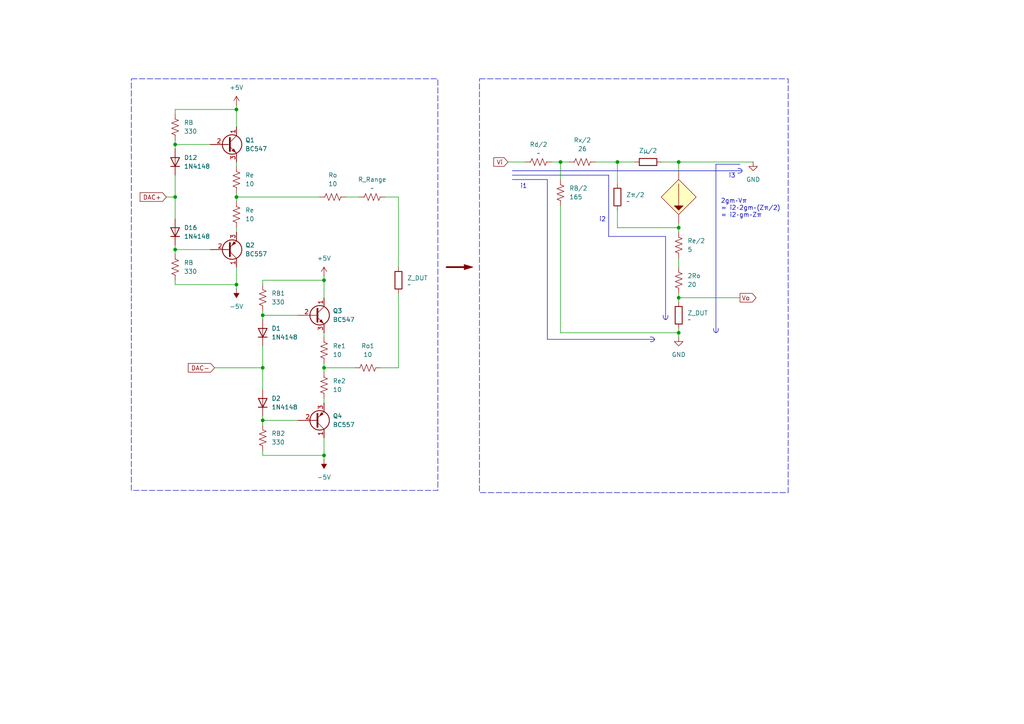
<source format=kicad_sch>
(kicad_sch (version 20231120) (generator "eeschema") (generator_version "8.0")
  (paper "A4")
  (lib_symbols
    (symbol "Device:R" (pin_numbers hide) (pin_names (offset 0))
      (property "Reference" "R" (at 2.032 0 90))
      (property "Value" "R" (at 0 0 90))
      (symbol "R_0_1"
        (rectangle (start -1.016 -2.54) (end 1.016 2.54) (stroke (width 0.254)))
      )
      (symbol "R_1_1"
        (pin passive line (at 0 3.81 270) (length 1.27) (name "~") (number "1"))
        (pin passive line (at 0 -3.81 90) (length 1.27) (name "~") (number "2"))
      )
    )
    (symbol "Device:R_US" (pin_numbers hide) (pin_names (offset 0))
      (property "Reference" "R" (at 2.54 0 90))
      (property "Value" "R_US" (at -2.54 0 90))
      (symbol "R_US_0_1"
        (polyline (pts (xy 0 -2.286) (xy 0 -2.54)))
        (polyline (pts (xy 0 2.286) (xy 0 2.54)))
        (polyline (pts (xy 0 -0.762) (xy 1.016 -1.143) (xy 0 -1.524) (xy -1.016 -1.905) (xy 0 -2.286)))
        (polyline (pts (xy 0 0.762) (xy 1.016 0.381) (xy 0 0) (xy -1.016 -0.381) (xy 0 -0.762)))
        (polyline (pts (xy 0 2.286) (xy 1.016 1.905) (xy 0 1.524) (xy -1.016 1.143) (xy 0 0.762)))
      )
      (symbol "R_US_1_1"
        (pin passive line (at 0 3.81 270) (length 1.27) (name "~") (number "1"))
        (pin passive line (at 0 -3.81 90) (length 1.27) (name "~") (number "2"))
      )
    )
    (symbol "Diode:1N4148" (pin_numbers hide) (pin_names hide)
      (property "Reference" "D" (at 0 2.54 0))
      (property "Value" "1N4148" (at 0 -2.54 0))
      (symbol "1N4148_0_1"
        (polyline (pts (xy -1.27 1.27) (xy -1.27 -1.27)) (stroke (width 0.254)))
        (polyline (pts (xy 1.27 0) (xy -1.27 0)))
        (polyline (pts (xy 1.27 1.27) (xy 1.27 -1.27) (xy -1.27 0) (xy 1.27 1.27)) (stroke (width 0.254)))
      )
      (symbol "1N4148_1_1"
        (pin passive line (at -3.81 0 0) (length 2.54) (name "K") (number "1"))
        (pin passive line (at 3.81 0 180) (length 2.54) (name "A") (number "2"))
      )
    )
    (symbol "Graphic:SYM_Arrow_Large" (in_bom no) (on_board no)
      (symbol "SYM_Arrow_Large_0_1"
        (polyline (pts (xy 2.54 0) (xy -3.81 0)) (stroke (width 0.508)))
        (polyline (pts (xy 3.81 0) (xy 1.27 -0.762) (xy 1.27 0.762) (xy 3.81 0)) (fill (type outline)))
      )
    )
    (symbol "JRIX Sources:VDependantISource"
      (symbol "VDependantISource_0_1"
        (polyline (pts (xy 0 -5.08) (xy -5.08 0) (xy 0 5.08) (xy 5.08 0) (xy 0 -5.08)) (fill (type background)))
        (polyline (pts (xy 0 3.81) (xy 0 -3.81) (xy 1.27 -2.54) (xy -1.27 -2.54) (xy 0 -3.81)) (fill (type outline)))
      )
      (symbol "VDependantISource_1_1"
        (pin input line (at 0 -7.62 90) (length 2.54) (name "~") (number ""))
        (pin input line (at 0 7.62 270) (length 2.54) (name "~") (number ""))
      )
    )
    (symbol "Transistor_BJT:BC547" (pin_names (offset 0) hide)
      (property "Reference" "Q" (at 5.08 1.905 0))
      (property "Value" "BC547" (at 5.08 0 0))
      (symbol "BC547_0_1"
        (polyline (pts (xy 0 0) (xy 0.635 0)))
        (polyline (pts (xy 0.635 0.635) (xy 2.54 2.54)))
        (polyline (pts (xy 0.635 -0.635) (xy 2.54 -2.54) (xy 2.54 -2.54)))
        (polyline (pts (xy 0.635 1.905) (xy 0.635 -1.905) (xy 0.635 -1.905)) (stroke (width 0.508)))
        (polyline (pts (xy 1.27 -1.778) (xy 1.778 -1.27) (xy 2.286 -2.286) (xy 1.27 -1.778) (xy 1.27 -1.778)) (fill (type outline)))
        (circle (center 1.27 0) (radius 2.8194) (stroke (width 0.254)))
      )
      (symbol "BC547_1_1"
        (pin passive line (at 2.54 5.08 270) (length 2.54) (name "C") (number "1"))
        (pin input line (at -5.08 0 0) (length 5.08) (name "B") (number "2"))
        (pin passive line (at 2.54 -5.08 90) (length 2.54) (name "E") (number "3"))
      )
    )
    (symbol "Transistor_BJT:BC557" (pin_names (offset 0) hide)
      (property "Reference" "Q" (at 5.08 1.905 0))
      (property "Value" "BC557" (at 5.08 0 0))
      (symbol "BC557_0_1"
        (polyline (pts (xy 0.635 0.635) (xy 2.54 2.54)))
        (polyline (pts (xy 0.635 -0.635) (xy 2.54 -2.54) (xy 2.54 -2.54)))
        (polyline (pts (xy 0.635 1.905) (xy 0.635 -1.905) (xy 0.635 -1.905)) (stroke (width 0.508)))
        (polyline (pts (xy 2.286 -1.778) (xy 1.778 -2.286) (xy 1.27 -1.27) (xy 2.286 -1.778) (xy 2.286 -1.778)) (fill (type outline)))
        (circle (center 1.27 0) (radius 2.8194) (stroke (width 0.254)))
      )
      (symbol "BC557_1_1"
        (pin passive line (at 2.54 5.08 270) (length 2.54) (name "C") (number "1"))
        (pin input line (at -5.08 0 0) (length 5.715) (name "B") (number "2"))
        (pin passive line (at 2.54 -5.08 90) (length 2.54) (name "E") (number "3"))
      )
    )
    (symbol "power:+5V" (power) (pin_numbers hide) (pin_names (offset 0) hide)
      (property "Value" "+5V" (at 0 3.556 0))
      (symbol "+5V_0_1"
        (polyline (pts (xy -0.762 1.27) (xy 0 2.54)))
        (polyline (pts (xy 0 0) (xy 0 2.54)))
        (polyline (pts (xy 0 2.54) (xy 0.762 1.27)))
      )
      (symbol "+5V_1_1"
        (pin power_in line (at 0 0 90) (length 0) (name "~") (number "1"))
      )
    )
    (symbol "power:-5V" (power) (pin_numbers hide) (pin_names (offset 0) hide)
      (property "Value" "-5V" (at 0 3.556 0))
      (symbol "-5V_0_0"
        (pin power_in line (at 0 0 90) (length 0) (name "~") (number "1"))
      )
      (symbol "-5V_0_1"
        (polyline (pts (xy 0 0) (xy 0 1.27) (xy 0.762 1.27) (xy 0 2.54) (xy -0.762 1.27) (xy 0 1.27)) (fill (type outline)))
      )
    )
    (symbol "power:GND" (power) (pin_numbers hide) (pin_names (offset 0) hide)
      (property "Value" "GND" (at 0 -3.81 0))
      (symbol "GND_0_1"
        (polyline (pts (xy 0 0) (xy 0 -1.27) (xy 1.27 -1.27) (xy 0 -2.54) (xy -1.27 -1.27) (xy 0 -1.27)))
      )
      (symbol "GND_1_1"
        (pin power_in line (at 0 0 270) (length 0) (name "~") (number "1"))
      )
    )
  )
  (junction (at 50.8 41.91))
  (junction (at 50.8 57.15))
  (junction (at 196.85 86.36))
  (junction (at 196.85 96.52))
  (junction (at 196.85 46.99))
  (junction (at 68.58 31.75))
  (junction (at 68.58 57.15))
  (junction (at 196.85 66.04))
  (junction (at 50.8 72.39))
  (junction (at 179.07 46.99))
  (junction (at 93.98 132.08))
  (junction (at 162.56 46.99))
  (junction (at 76.2 121.92))
  (junction (at 68.58 82.55))
  (junction (at 93.98 81.28))
  (junction (at 76.2 106.68))
  (junction (at 93.98 106.68))
  (junction (at 76.2 91.44))
  (wire (pts (xy 76.2 82.55) (xy 76.2 81.28)))
  (wire (pts (xy 50.8 81.28) (xy 50.8 82.55)))
  (wire (pts (xy 76.2 92.71) (xy 76.2 91.44)))
  (wire (pts (xy 50.8 72.39) (xy 60.96 72.39)))
  (wire (pts (xy 50.8 50.8) (xy 50.8 57.15)))
  (wire (pts (xy 76.2 106.68) (xy 76.2 113.03)))
  (wire (pts (xy 50.8 40.64) (xy 50.8 41.91)))
  (wire (pts (xy 179.07 66.04) (xy 196.85 66.04)))
  (wire (pts (xy 76.2 120.65) (xy 76.2 121.92)))
  (polyline (pts (xy 158.75 52.07) (xy 158.75 98.425)))
  (polyline (pts (xy 176.53 50.8) (xy 176.53 68.58)))
  (wire (pts (xy 68.58 77.47) (xy 68.58 82.55)))
  (wire (pts (xy 48.26 57.15) (xy 50.8 57.15)))
  (polyline (pts (xy 148.59 52.07) (xy 158.75 52.07)))
  (wire (pts (xy 93.98 80.01) (xy 93.98 81.28)))
  (wire (pts (xy 68.58 31.75) (xy 68.58 36.83)))
  (wire (pts (xy 76.2 81.28) (xy 93.98 81.28)))
  (wire (pts (xy 68.58 30.48) (xy 68.58 31.75)))
  (wire (pts (xy 50.8 33.02) (xy 50.8 31.75)))
  (wire (pts (xy 76.2 100.33) (xy 76.2 106.68)))
  (wire (pts (xy 191.77 46.99) (xy 196.85 46.99)))
  (polyline (pts (xy 207.645 47.625) (xy 207.645 96.52)))
  (wire (pts (xy 160.02 46.99) (xy 162.56 46.99)))
  (wire (pts (xy 162.56 46.99) (xy 165.1 46.99)))
  (wire (pts (xy 93.98 96.52) (xy 93.98 97.79)))
  (wire (pts (xy 93.98 115.57) (xy 93.98 116.84)))
  (wire (pts (xy 68.58 66.04) (xy 68.58 67.31)))
  (wire (pts (xy 196.85 66.04) (xy 196.85 64.77)))
  (wire (pts (xy 93.98 132.08) (xy 93.98 133.35)))
  (wire (pts (xy 196.85 86.36) (xy 196.85 87.63)))
  (wire (pts (xy 68.58 46.99) (xy 68.58 48.26)))
  (wire (pts (xy 68.58 57.15) (xy 92.71 57.15)))
  (polyline (pts (xy 214.63 47.625) (xy 207.645 47.625)))
  (wire (pts (xy 93.98 106.68) (xy 102.87 106.68)))
  (polyline (pts (xy 193.04 68.58) (xy 193.04 92.71)))
  (wire (pts (xy 68.58 82.55) (xy 68.58 83.82)))
  (wire (pts (xy 115.57 106.68) (xy 115.57 85.09)))
  (polyline (pts (xy 176.53 68.58) (xy 193.04 68.58)))
  (wire (pts (xy 196.85 66.04) (xy 196.85 67.31)))
  (wire (pts (xy 93.98 106.68) (xy 93.98 107.95)))
  (wire (pts (xy 76.2 132.08) (xy 93.98 132.08)))
  (wire (pts (xy 76.2 121.92) (xy 86.36 121.92)))
  (wire (pts (xy 162.56 96.52) (xy 162.56 59.69)))
  (wire (pts (xy 62.23 106.68) (xy 76.2 106.68)))
  (wire (pts (xy 162.56 52.07) (xy 162.56 46.99)))
  (wire (pts (xy 50.8 57.15) (xy 50.8 63.5)))
  (wire (pts (xy 196.85 96.52) (xy 196.85 97.79)))
  (wire (pts (xy 147.32 46.99) (xy 152.4 46.99)))
  (wire (pts (xy 110.49 106.68) (xy 115.57 106.68)))
  (wire (pts (xy 100.33 57.15) (xy 104.14 57.15)))
  (wire (pts (xy 184.15 46.99) (xy 179.07 46.99)))
  (wire (pts (xy 76.2 121.92) (xy 76.2 123.19)))
  (wire (pts (xy 196.85 95.25) (xy 196.85 96.52)))
  (wire (pts (xy 196.85 46.99) (xy 218.44 46.99)))
  (wire (pts (xy 196.85 96.52) (xy 162.56 96.52)))
  (wire (pts (xy 196.85 86.36) (xy 196.85 85.09)))
  (wire (pts (xy 111.76 57.15) (xy 115.57 57.15)))
  (wire (pts (xy 179.07 60.96) (xy 179.07 66.04)))
  (wire (pts (xy 196.85 74.93) (xy 196.85 77.47)))
  (polyline (pts (xy 148.59 49.53) (xy 215.265 49.53)))
  (wire (pts (xy 76.2 91.44) (xy 86.36 91.44)))
  (polyline (pts (xy 148.59 50.8) (xy 176.53 50.8)))
  (wire (pts (xy 50.8 71.12) (xy 50.8 72.39)))
  (wire (pts (xy 76.2 130.81) (xy 76.2 132.08)))
  (wire (pts (xy 50.8 43.18) (xy 50.8 41.91)))
  (wire (pts (xy 93.98 127) (xy 93.98 132.08)))
  (wire (pts (xy 50.8 72.39) (xy 50.8 73.66)))
  (polyline (pts (xy 158.75 98.425) (xy 189.865 98.425)))
  (wire (pts (xy 50.8 82.55) (xy 68.58 82.55)))
  (wire (pts (xy 93.98 81.28) (xy 93.98 86.36)))
  (wire (pts (xy 50.8 31.75) (xy 68.58 31.75)))
  (wire (pts (xy 214.63 86.36) (xy 196.85 86.36)))
  (wire (pts (xy 115.57 57.15) (xy 115.57 77.47)))
  (wire (pts (xy 196.85 46.99) (xy 196.85 49.53)))
  (wire (pts (xy 172.72 46.99) (xy 179.07 46.99)))
  (wire (pts (xy 68.58 55.88) (xy 68.58 57.15)))
  (wire (pts (xy 68.58 57.15) (xy 68.58 58.42)))
  (wire (pts (xy 179.07 46.99) (xy 179.07 53.34)))
  (wire (pts (xy 76.2 90.17) (xy 76.2 91.44)))
  (wire (pts (xy 93.98 105.41) (xy 93.98 106.68)))
  (wire (pts (xy 50.8 41.91) (xy 60.96 41.91)))
  (arc (start 188.595 97.79) (mid 189.3615 97.8445) (end 189.865 98.425))
  (rectangle (start 38.1 22.86) (end 127 142.24) (stroke (width 0) (type dash)))
  (rectangle (start 139.065 22.86) (end 228.6 142.875) (stroke (width 0) (type dash)))
  (arc (start 193.675 91.44) (mid 193.6205 92.2065) (end 193.04 92.71))
  (arc (start 207.645 96.52) (mid 207.0645 96.0165) (end 207.01 95.25))
  (arc (start 208.28 95.25) (mid 208.2255 96.0165) (end 207.645 96.52))
  (arc (start 189.865 98.425) (mid 189.3615 99.0055) (end 188.595 99.06))
  (arc (start 193.04 92.71) (mid 192.4595 92.2065) (end 192.405 91.44))
  (arc (start 213.995 48.895) (mid 214.7615 48.9495) (end 215.265 49.53))
  (arc (start 215.265 49.53) (mid 214.7615 50.1105) (end 213.995 50.165))
  (text "i3" (at 212.344 51.054 0) (effects (font (size 1.27 1.27))))
  (text "i1" (at 151.892 54.102 0) (effects (font (size 1.27 1.27))))
  (text "i2" (at 174.752 63.754 0) (effects (font (size 1.27 1.27))))
  (text "2gm·Vπ\n= i2·2gm·(Zπ/2)\n= i2·gm·Zπ" (at 209.042 60.452 0) (effects (font (size 1.27 1.27)) (justify left)))
  (global_label "DAC+" (shape input) (at 48.26 57.15 180) (property "Intersheetrefs" "${INTERSHEET_REFS}" (effects (hide yes))))
  (global_label "Vi" (shape input) (at 147.32 46.99 180) (property "Intersheetrefs" "${INTERSHEET_REFS}" (effects (hide yes))))
  (global_label "Vo" (shape output) (at 214.63 86.36 0) (property "Intersheetrefs" "${INTERSHEET_REFS}" (effects (hide yes))))
  (global_label "DAC-" (shape input) (at 62.23 106.68 180) (property "Intersheetrefs" "${INTERSHEET_REFS}" (effects (hide yes))))
  (symbol (lib_id "Device:R_US") (at 76.2 86.36 0) (unit 1)
    (property "Reference" "RB1" (at 78.74 85.0899 0) (effects (justify left)))
    (property "Value" "330" (at 78.74 87.6299 0) (effects (justify left)))
    (property "Description" "Resistor, US symbol" (effects (hide yes)))
  )
  (symbol (lib_id "Graphic:SYM_Arrow_Large") (at 133.35 77.47 0) (unit 1) (exclude_from_sim yes) (in_bom no) (on_board no)
    (property "Reference" "#SYM1" (effects (hide yes)))
    (property "Value" "SYM_Arrow_Large" (effects (hide yes)))
    (property "Description" "Filled arrow, 300mil" (effects (hide yes)))
  )
  (symbol (lib_id "Device:R_US") (at 156.21 46.99 90) (unit 1)
    (property "Reference" "Rd/2" (at 156.21 41.91 90))
    (property "Value" "~" (at 156.21 44.45 90))
    (property "Description" "Resistor, US symbol" (effects (hide yes)))
  )
  (symbol (lib_id "Device:R_US") (at 93.98 111.76 0) (unit 1)
    (property "Reference" "Re2" (at 96.52 110.4899 0) (effects (justify left)))
    (property "Value" "10" (at 96.52 113.0299 0) (effects (justify left)))
    (property "Description" "Resistor, US symbol" (effects (hide yes)))
  )
  (symbol (lib_id "Device:R_US") (at 50.8 36.83 0) (unit 1)
    (property "Reference" "RB" (at 53.34 35.5599 0) (effects (justify left)))
    (property "Value" "330" (at 53.34 38.0999 0) (effects (justify left)))
    (property "Description" "Resistor, US symbol" (effects (hide yes)))
  )
  (symbol (lib_id "Diode:1N4148") (at 50.8 67.31 90) (unit 1)
    (property "Reference" "D16" (at 53.34 66.0399 90) (effects (justify right)))
    (property "Value" "1N4148" (at 53.34 68.5799 90) (effects (justify right)))
    (property "Footprint" "Diode_THT:D_DO-35_SOD27_P7.62mm_Horizontal" (effects (hide yes)))
    (property "Datasheet" "https://assets.nexperia.com/documents/data-sheet/1N4148_1N4448.pdf" (effects (hide yes)))
    (property "Description" "100V 0.15A standard switching diode, DO-35" (effects (hide yes)))
    (property "Sim.Device" "D" (effects (hide yes)))
    (property "Sim.Pins" "1=K 2=A" (effects (hide yes)))
  )
  (symbol (lib_id "power:-5V") (at 68.58 83.82 180) (unit 1)
    (property "Reference" "#PWR04" (effects (hide yes)))
    (property "Value" "-5V" (at 68.58 88.9 0))
    (property "Description" "Power symbol creates a global label with name \"-5V\"" (effects (hide yes)))
  )
  (symbol (lib_id "Device:R") (at 115.57 81.28 0) (unit 1)
    (property "Reference" "Z_DUT" (at 118.11 80.6449 0) (effects (justify left)))
    (property "Value" "~" (at 118.11 82.55 0) (effects (justify left)))
    (property "Description" "Resistor" (effects (hide yes)))
  )
  (symbol (lib_id "Device:R_US") (at 196.85 71.12 0) (unit 1)
    (property "Reference" "Re/2" (at 199.39 69.8499 0) (effects (justify left)))
    (property "Value" "5" (at 199.39 72.3899 0) (effects (justify left)))
    (property "Description" "Resistor, US symbol" (effects (hide yes)))
  )
  (symbol (lib_id "Transistor_BJT:BC557") (at 91.44 121.92 0) (mirror x) (unit 1)
    (property "Reference" "Q4" (at 96.52 120.6499 0) (effects (justify left)))
    (property "Value" "BC557" (at 96.52 123.1899 0) (effects (justify left)))
    (property "Footprint" "Package_TO_SOT_THT:TO-92_Inline" (effects (hide yes)))
    (property "Datasheet" "https://www.onsemi.com/pub/Collateral/BC556BTA-D.pdf" (effects (hide yes)))
    (property "Description" "0.1A Ic, 45V Vce, PNP Small Signal Transistor, TO-92" (effects (hide yes)))
  )
  (symbol (lib_id "Diode:1N4148") (at 50.8 46.99 90) (unit 1)
    (property "Reference" "D12" (at 53.34 45.7199 90) (effects (justify right)))
    (property "Value" "1N4148" (at 53.34 48.2599 90) (effects (justify right)))
    (property "Footprint" "Diode_THT:D_DO-35_SOD27_P7.62mm_Horizontal" (effects (hide yes)))
    (property "Datasheet" "https://assets.nexperia.com/documents/data-sheet/1N4148_1N4448.pdf" (effects (hide yes)))
    (property "Description" "100V 0.15A standard switching diode, DO-35" (effects (hide yes)))
    (property "Sim.Device" "D" (effects (hide yes)))
    (property "Sim.Pins" "1=K 2=A" (effects (hide yes)))
  )
  (symbol (lib_id "power:-5V") (at 93.98 133.35 180) (unit 1)
    (property "Reference" "#PWR06" (effects (hide yes)))
    (property "Value" "-5V" (at 93.98 138.43 0))
    (property "Description" "Power symbol creates a global label with name \"-5V\"" (effects (hide yes)))
  )
  (symbol (lib_id "Device:R") (at 196.85 91.44 0) (unit 1)
    (property "Reference" "Z_DUT" (at 199.39 90.8049 0) (effects (justify left)))
    (property "Value" "~" (at 199.39 92.71 0) (effects (justify left)))
    (property "Description" "Resistor" (effects (hide yes)))
  )
  (symbol (lib_id "Device:R_US") (at 96.52 57.15 90) (unit 1)
    (property "Reference" "Ro" (at 96.52 50.8 90))
    (property "Value" "10" (at 96.52 53.34 90))
    (property "Description" "Resistor, US symbol" (effects (hide yes)))
  )
  (symbol (lib_id "Device:R_US") (at 68.58 62.23 0) (unit 1)
    (property "Reference" "Re" (at 71.12 60.9599 0) (effects (justify left)))
    (property "Value" "10" (at 71.12 63.4999 0) (effects (justify left)))
    (property "Description" "Resistor, US symbol" (effects (hide yes)))
  )
  (symbol (lib_id "Diode:1N4148") (at 76.2 116.84 90) (unit 1)
    (property "Reference" "D2" (at 78.74 115.5699 90) (effects (justify right)))
    (property "Value" "1N4148" (at 78.74 118.1099 90) (effects (justify right)))
    (property "Footprint" "Diode_THT:D_DO-35_SOD27_P7.62mm_Horizontal" (effects (hide yes)))
    (property "Datasheet" "https://assets.nexperia.com/documents/data-sheet/1N4148_1N4448.pdf" (effects (hide yes)))
    (property "Description" "100V 0.15A standard switching diode, DO-35" (effects (hide yes)))
    (property "Sim.Device" "D" (effects (hide yes)))
    (property "Sim.Pins" "1=K 2=A" (effects (hide yes)))
  )
  (symbol (lib_id "Device:R_US") (at 196.85 81.28 180) (unit 1)
    (property "Reference" "2Ro" (at 199.39 80.0099 0) (effects (justify right)))
    (property "Value" "20" (at 199.39 82.5499 0) (effects (justify right)))
    (property "Description" "Resistor, US symbol" (effects (hide yes)))
  )
  (symbol (lib_id "power:GND") (at 218.44 46.99 0) (unit 1)
    (property "Reference" "#PWR08" (effects (hide yes)))
    (property "Value" "GND" (at 218.44 52.07 0))
    (property "Description" "Power symbol creates a global label with name \"GND\" , ground" (effects (hide yes)))
  )
  (symbol (lib_id "Device:R") (at 179.07 57.15 0) (unit 1)
    (property "Reference" "Zπ/2" (at 181.61 56.5149 0) (effects (justify left)))
    (property "Value" "~" (at 181.61 58.42 0) (effects (justify left)))
    (property "Description" "Resistor" (effects (hide yes)))
  )
  (symbol (lib_id "Transistor_BJT:BC557") (at 66.04 72.39 0) (mirror x) (unit 1)
    (property "Reference" "Q2" (at 71.12 71.1199 0) (effects (justify left)))
    (property "Value" "BC557" (at 71.12 73.6599 0) (effects (justify left)))
    (property "Footprint" "Package_TO_SOT_THT:TO-92_Inline" (effects (hide yes)))
    (property "Datasheet" "https://www.onsemi.com/pub/Collateral/BC556BTA-D.pdf" (effects (hide yes)))
    (property "Description" "0.1A Ic, 45V Vce, PNP Small Signal Transistor, TO-92" (effects (hide yes)))
  )
  (symbol (lib_id "power:+5V") (at 68.58 30.48 0) (unit 1)
    (property "Reference" "#PWR03" (effects (hide yes)))
    (property "Value" "+5V" (at 68.58 25.4 0))
    (property "Description" "Power symbol creates a global label with name \"+5V\"" (effects (hide yes)))
  )
  (symbol (lib_id "power:GND") (at 196.85 97.79 0) (unit 1)
    (property "Reference" "#PWR07" (effects (hide yes)))
    (property "Value" "GND" (at 196.85 102.87 0))
    (property "Description" "Power symbol creates a global label with name \"GND\" , ground" (effects (hide yes)))
  )
  (symbol (lib_id "Transistor_BJT:BC547") (at 91.44 91.44 0) (unit 1)
    (property "Reference" "Q3" (at 96.52 90.1699 0) (effects (justify left)))
    (property "Value" "BC547" (at 96.52 92.7099 0) (effects (justify left)))
    (property "Footprint" "Package_TO_SOT_THT:TO-92_Inline" (effects (hide yes)))
    (property "Datasheet" "https://www.onsemi.com/pub/Collateral/BC550-D.pdf" (effects (hide yes)))
    (property "Description" "0.1A Ic, 45V Vce, Small Signal NPN Transistor, TO-92" (effects (hide yes)))
  )
  (symbol (lib_id "Device:R_US") (at 50.8 77.47 0) (unit 1)
    (property "Reference" "RB" (at 53.34 76.1999 0) (effects (justify left)))
    (property "Value" "330" (at 53.34 78.7399 0) (effects (justify left)))
    (property "Description" "Resistor, US symbol" (effects (hide yes)))
  )
  (symbol (lib_id "Device:R_US") (at 162.56 55.88 180) (unit 1)
    (property "Reference" "RB/2" (at 165.1 54.6099 0) (effects (justify right)))
    (property "Value" "165" (at 165.1 57.1499 0) (effects (justify right)))
    (property "Description" "Resistor, US symbol" (effects (hide yes)))
  )
  (symbol (lib_id "Device:R_US") (at 106.68 106.68 90) (unit 1)
    (property "Reference" "Ro1" (at 106.68 100.33 90))
    (property "Value" "10" (at 106.68 102.87 90))
    (property "Description" "Resistor, US symbol" (effects (hide yes)))
  )
  (symbol (lib_id "Device:R_US") (at 76.2 127 0) (unit 1)
    (property "Reference" "RB2" (at 78.74 125.7299 0) (effects (justify left)))
    (property "Value" "330" (at 78.74 128.2699 0) (effects (justify left)))
    (property "Description" "Resistor, US symbol" (effects (hide yes)))
  )
  (symbol (lib_id "Device:R_US") (at 107.95 57.15 270) (unit 1)
    (property "Reference" "R_Range" (at 107.95 52.07 90))
    (property "Value" "~" (at 107.95 54.61 90))
    (property "Description" "Resistor, US symbol" (effects (hide yes)))
  )
  (symbol (lib_id "Transistor_BJT:BC547") (at 66.04 41.91 0) (unit 1)
    (property "Reference" "Q1" (at 71.12 40.6399 0) (effects (justify left)))
    (property "Value" "BC547" (at 71.12 43.1799 0) (effects (justify left)))
    (property "Footprint" "Package_TO_SOT_THT:TO-92_Inline" (effects (hide yes)))
    (property "Datasheet" "https://www.onsemi.com/pub/Collateral/BC550-D.pdf" (effects (hide yes)))
    (property "Description" "0.1A Ic, 45V Vce, Small Signal NPN Transistor, TO-92" (effects (hide yes)))
  )
  (symbol (lib_id "Diode:1N4148") (at 76.2 96.52 90) (unit 1)
    (property "Reference" "D1" (at 78.74 95.2499 90) (effects (justify right)))
    (property "Value" "1N4148" (at 78.74 97.7899 90) (effects (justify right)))
    (property "Footprint" "Diode_THT:D_DO-35_SOD27_P7.62mm_Horizontal" (effects (hide yes)))
    (property "Datasheet" "https://assets.nexperia.com/documents/data-sheet/1N4148_1N4448.pdf" (effects (hide yes)))
    (property "Description" "100V 0.15A standard switching diode, DO-35" (effects (hide yes)))
    (property "Sim.Device" "D" (effects (hide yes)))
    (property "Sim.Pins" "1=K 2=A" (effects (hide yes)))
  )
  (symbol (lib_id "Device:R_US") (at 93.98 101.6 0) (unit 1)
    (property "Reference" "Re1" (at 96.52 100.3299 0) (effects (justify left)))
    (property "Value" "10" (at 96.52 102.8699 0) (effects (justify left)))
    (property "Description" "Resistor, US symbol" (effects (hide yes)))
  )
  (symbol (lib_id "Device:R_US") (at 68.58 52.07 0) (unit 1)
    (property "Reference" "Re" (at 71.12 50.7999 0) (effects (justify left)))
    (property "Value" "10" (at 71.12 53.3399 0) (effects (justify left)))
    (property "Description" "Resistor, US symbol" (effects (hide yes)))
  )
  (symbol (lib_id "Device:R_US") (at 168.91 46.99 90) (unit 1)
    (property "Reference" "Rx/2" (at 168.91 40.64 90))
    (property "Value" "26" (at 168.91 43.18 90))
    (property "Description" "Resistor, US symbol" (effects (hide yes)))
  )
  (symbol (lib_id "power:+5V") (at 93.98 80.01 0) (unit 1)
    (property "Reference" "#PWR05" (effects (hide yes)))
    (property "Value" "+5V" (at 93.98 74.93 0))
    (property "Description" "Power symbol creates a global label with name \"+5V\"" (effects (hide yes)))
  )
  (symbol (lib_id "JRIX Sources:VDependantISource") (at 196.85 57.15 0) (unit 1)
    (property "Reference" "I1" (effects (hide yes)))
    (property "Value" "VDependantISource" (effects (hide yes)))
  )
  (symbol (lib_id "Device:R") (at 187.96 46.99 90) (unit 1)
    (property "Reference" "Zμ/2" (at 187.96 43.688 90))
    (property "Value" "~" (at 187.96 44.45 90))
    (property "Description" "Resistor" (effects (hide yes)))
  )
)
</source>
